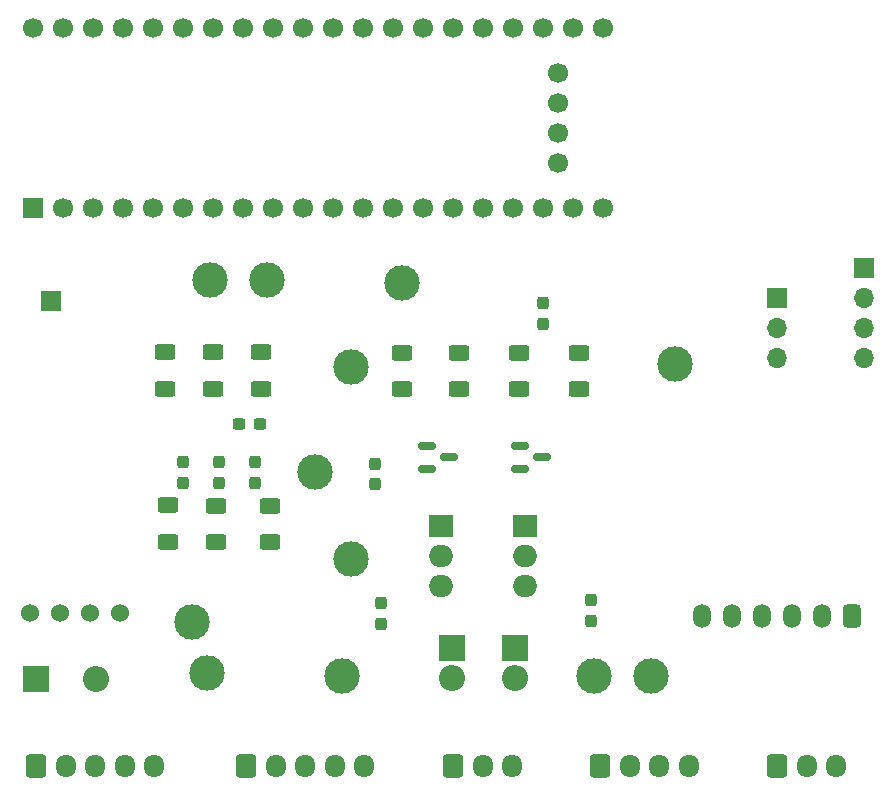
<source format=gbr>
%TF.GenerationSoftware,KiCad,Pcbnew,(6.0.4)*%
%TF.CreationDate,2022-05-15T18:51:46+02:00*%
%TF.ProjectId,BoostController,426f6f73-7443-46f6-9e74-726f6c6c6572,rev?*%
%TF.SameCoordinates,Original*%
%TF.FileFunction,Soldermask,Top*%
%TF.FilePolarity,Negative*%
%FSLAX46Y46*%
G04 Gerber Fmt 4.6, Leading zero omitted, Abs format (unit mm)*
G04 Created by KiCad (PCBNEW (6.0.4)) date 2022-05-15 18:51:46*
%MOMM*%
%LPD*%
G01*
G04 APERTURE LIST*
G04 Aperture macros list*
%AMRoundRect*
0 Rectangle with rounded corners*
0 $1 Rounding radius*
0 $2 $3 $4 $5 $6 $7 $8 $9 X,Y pos of 4 corners*
0 Add a 4 corners polygon primitive as box body*
4,1,4,$2,$3,$4,$5,$6,$7,$8,$9,$2,$3,0*
0 Add four circle primitives for the rounded corners*
1,1,$1+$1,$2,$3*
1,1,$1+$1,$4,$5*
1,1,$1+$1,$6,$7*
1,1,$1+$1,$8,$9*
0 Add four rect primitives between the rounded corners*
20,1,$1+$1,$2,$3,$4,$5,0*
20,1,$1+$1,$4,$5,$6,$7,0*
20,1,$1+$1,$6,$7,$8,$9,0*
20,1,$1+$1,$8,$9,$2,$3,0*%
G04 Aperture macros list end*
%ADD10R,1.700000X1.700000*%
%ADD11O,1.700000X1.700000*%
%ADD12C,1.700000*%
%ADD13RoundRect,0.250000X-0.625000X0.400000X-0.625000X-0.400000X0.625000X-0.400000X0.625000X0.400000X0*%
%ADD14RoundRect,0.250000X-0.600000X-0.725000X0.600000X-0.725000X0.600000X0.725000X-0.600000X0.725000X0*%
%ADD15O,1.700000X1.950000*%
%ADD16RoundRect,0.250000X0.625000X-0.400000X0.625000X0.400000X-0.625000X0.400000X-0.625000X-0.400000X0*%
%ADD17R,2.200000X2.200000*%
%ADD18O,2.200000X2.200000*%
%ADD19C,1.524000*%
%ADD20R,2.000000X1.905000*%
%ADD21O,2.000000X1.905000*%
%ADD22RoundRect,0.150000X-0.587500X-0.150000X0.587500X-0.150000X0.587500X0.150000X-0.587500X0.150000X0*%
%ADD23RoundRect,0.381000X0.381000X0.619000X-0.381000X0.619000X-0.381000X-0.619000X0.381000X-0.619000X0*%
%ADD24O,1.524000X2.000000*%
%ADD25C,3.000000*%
%ADD26RoundRect,0.237500X-0.237500X0.300000X-0.237500X-0.300000X0.237500X-0.300000X0.237500X0.300000X0*%
%ADD27RoundRect,0.237500X0.237500X-0.300000X0.237500X0.300000X-0.237500X0.300000X-0.237500X-0.300000X0*%
%ADD28RoundRect,0.237500X0.300000X0.237500X-0.300000X0.237500X-0.300000X-0.237500X0.300000X-0.237500X0*%
%ADD29C,2.999999*%
G04 APERTURE END LIST*
D10*
%TO.C,J8*%
X127762000Y-76962000D03*
D11*
X127762000Y-79502000D03*
X127762000Y-82042000D03*
%TD*%
D10*
%TO.C,U1*%
X64770000Y-69342000D03*
D12*
X67310000Y-69342000D03*
X69850000Y-69342000D03*
X72390000Y-69342000D03*
X74930000Y-69342000D03*
X77470000Y-69342000D03*
X80010000Y-69342000D03*
X82550000Y-69342000D03*
X85090000Y-69342000D03*
X87630000Y-69342000D03*
X90170000Y-69342000D03*
X92710000Y-69342000D03*
X95250000Y-69342000D03*
X97790000Y-69342000D03*
X100330000Y-69342000D03*
X102870000Y-69342000D03*
X105410000Y-69342000D03*
X107950000Y-69342000D03*
X110490000Y-69342000D03*
X113030000Y-69342000D03*
X113030000Y-54102000D03*
X110490000Y-54102000D03*
X107950000Y-54102000D03*
X105410000Y-54102000D03*
X102870000Y-54102000D03*
X100330000Y-54102000D03*
X97790000Y-54102000D03*
X95250000Y-54102000D03*
X92710000Y-54102000D03*
X90170000Y-54102000D03*
X87630000Y-54102000D03*
X85090000Y-54102000D03*
X82550000Y-54102000D03*
X80010000Y-54102000D03*
X77470000Y-54102000D03*
X74930000Y-54102000D03*
X72390000Y-54102000D03*
X69850000Y-54102000D03*
X67310000Y-54102000D03*
X64770000Y-54102000D03*
X109220000Y-57912000D03*
X109220000Y-60452000D03*
X109220000Y-62992000D03*
X109220000Y-65532000D03*
%TD*%
D13*
%TO.C,R1*%
X80264000Y-94494000D03*
X80264000Y-97594000D03*
%TD*%
D14*
%TO.C,J1*%
X65024000Y-116586000D03*
D15*
X67524000Y-116586000D03*
X70024000Y-116586000D03*
X72524000Y-116586000D03*
X75024000Y-116586000D03*
%TD*%
D16*
%TO.C,R2*%
X84836000Y-97594000D03*
X84836000Y-94494000D03*
%TD*%
D14*
%TO.C,J2*%
X82804000Y-116586000D03*
D15*
X85304000Y-116586000D03*
X87804000Y-116586000D03*
X90304000Y-116586000D03*
X92804000Y-116586000D03*
%TD*%
D14*
%TO.C,J3*%
X100330000Y-116586000D03*
D15*
X102830000Y-116586000D03*
X105330000Y-116586000D03*
%TD*%
D14*
%TO.C,J4*%
X112776000Y-116586000D03*
D15*
X115276000Y-116586000D03*
X117776000Y-116586000D03*
X120276000Y-116586000D03*
%TD*%
D14*
%TO.C,J5*%
X127762000Y-116586000D03*
D15*
X130262000Y-116586000D03*
X132762000Y-116586000D03*
%TD*%
D17*
%TO.C,D2*%
X65024000Y-109220000D03*
D18*
X70104000Y-109220000D03*
%TD*%
D19*
%TO.C,U2*%
X72136000Y-103632000D03*
X69596000Y-103632000D03*
X67056000Y-103632000D03*
X64516000Y-103632000D03*
%TD*%
D20*
%TO.C,Q1*%
X99314000Y-96266000D03*
D21*
X99314000Y-98806000D03*
X99314000Y-101346000D03*
%TD*%
D20*
%TO.C,Q2*%
X106426000Y-96266000D03*
D21*
X106426000Y-98806000D03*
X106426000Y-101346000D03*
%TD*%
D16*
%TO.C,R3*%
X96012000Y-84640000D03*
X96012000Y-81540000D03*
%TD*%
%TO.C,R4*%
X100838000Y-84640000D03*
X100838000Y-81540000D03*
%TD*%
%TO.C,R5*%
X105918000Y-84640000D03*
X105918000Y-81540000D03*
%TD*%
%TO.C,R6*%
X110998000Y-84640000D03*
X110998000Y-81540000D03*
%TD*%
D17*
%TO.C,D4*%
X105537000Y-106573866D03*
D18*
X105537000Y-109113866D03*
%TD*%
D17*
%TO.C,D3*%
X100203000Y-106573866D03*
D18*
X100203000Y-109113866D03*
%TD*%
D22*
%TO.C,Q4*%
X105996500Y-89474000D03*
X105996500Y-91374000D03*
X107871500Y-90424000D03*
%TD*%
%TO.C,Q3*%
X98122500Y-89474000D03*
X98122500Y-91374000D03*
X99997500Y-90424000D03*
%TD*%
D23*
%TO.C,U3*%
X134112000Y-103886000D03*
D24*
X131572000Y-103886000D03*
X129032000Y-103886000D03*
X126492000Y-103886000D03*
X123952000Y-103886000D03*
X121412000Y-103886000D03*
%TD*%
D10*
%TO.C,J7*%
X135128000Y-74422000D03*
D11*
X135128000Y-76962000D03*
X135128000Y-79502000D03*
X135128000Y-82042000D03*
%TD*%
D25*
%TO.C,TP2*%
X112268000Y-108966000D03*
%TD*%
%TO.C,TP3*%
X96012000Y-75692000D03*
%TD*%
%TO.C,TP4*%
X91694000Y-82804000D03*
%TD*%
%TO.C,TP5*%
X91694000Y-99060000D03*
%TD*%
%TO.C,TP6*%
X78232000Y-104394000D03*
%TD*%
%TO.C,TP7*%
X119126000Y-82550000D03*
%TD*%
%TO.C,TP8*%
X79502000Y-108712000D03*
%TD*%
%TO.C,TP9*%
X117094000Y-108966000D03*
%TD*%
D10*
%TO.C,J6*%
X66294000Y-77216000D03*
%TD*%
D25*
%TO.C,TP1*%
X90932000Y-108966000D03*
%TD*%
D26*
%TO.C,C5*%
X83566000Y-90831500D03*
X83566000Y-92556500D03*
%TD*%
D25*
%TO.C,TP11*%
X84582000Y-75438000D03*
%TD*%
D13*
%TO.C,R24*%
X84074000Y-81508000D03*
X84074000Y-84608000D03*
%TD*%
D26*
%TO.C,C4*%
X80518000Y-90831500D03*
X80518000Y-92556500D03*
%TD*%
D13*
%TO.C,R22*%
X75946000Y-81508000D03*
X75946000Y-84608000D03*
%TD*%
D26*
%TO.C,C8*%
X107950000Y-77369500D03*
X107950000Y-79094500D03*
%TD*%
D27*
%TO.C,C3*%
X94234000Y-104494500D03*
X94234000Y-102769500D03*
%TD*%
D28*
%TO.C,C7*%
X83920500Y-87630000D03*
X82195500Y-87630000D03*
%TD*%
D26*
%TO.C,C9*%
X93726000Y-90985000D03*
X93726000Y-92710000D03*
%TD*%
D25*
%TO.C,TP12*%
X88646000Y-91694000D03*
%TD*%
D13*
%TO.C,R21*%
X76200000Y-94462000D03*
X76200000Y-97562000D03*
%TD*%
D27*
%TO.C,C10*%
X112014000Y-104240500D03*
X112014000Y-102515500D03*
%TD*%
D29*
%TO.C,TP10*%
X79756000Y-75438000D03*
%TD*%
D26*
%TO.C,C1*%
X77470000Y-90831500D03*
X77470000Y-92556500D03*
%TD*%
D13*
%TO.C,R23*%
X80010000Y-81508000D03*
X80010000Y-84608000D03*
%TD*%
M02*

</source>
